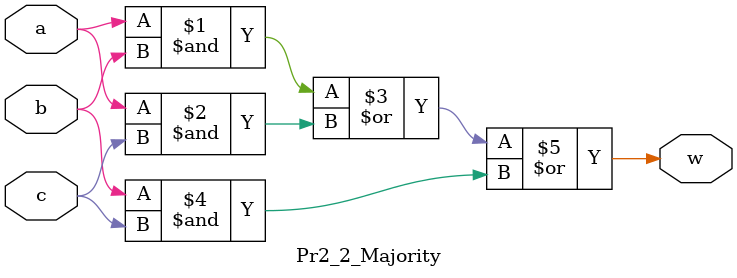
<source format=v>

module Pr2_2_Majority (input a, b, c, output w);
  assign w = (a & b) | (a & c) | (b & c);
endmodule

</source>
